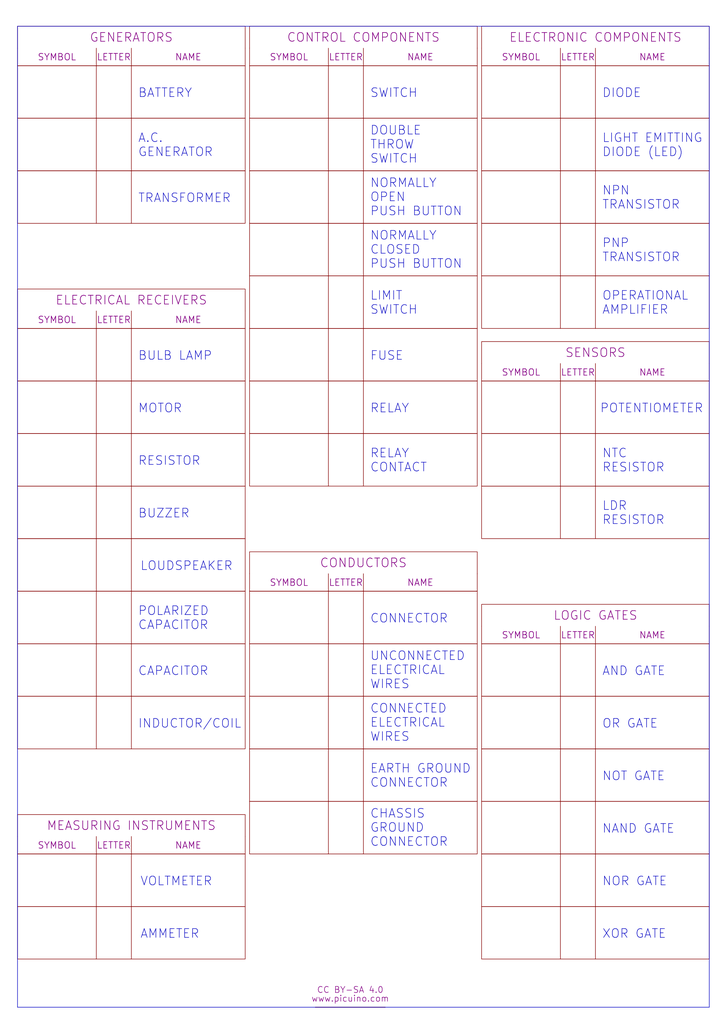
<source format=kicad_sch>
(kicad_sch (version 20230121) (generator eeschema)
  (paper "A4" portrait)
  (title_block (title "Símbolos eléctricos y electrónicos.") (date "23/10/2018") (company "www.picuino.com") (comment 1 "Copyright (c) 2018 by Carlos Pardo Martín") (comment 2 "License CC BY-SA 4.0"))
  (lib_symbols
    (symbol "electric-symbols-names-rescue:marco_1-simbolos" (pin_names (offset 1.016))
      (symbol "marco_1-simbolos_0_1"
        (polyline (pts (xy 22.86 0) (xy 33.02 0) (xy 33.02 -15.24) (xy 22.86 -15.24)))
        (polyline (pts (xy 33.02 0) (xy 66.04 0) (xy 66.04 -15.24) (xy 33.02 -15.24)))
        (polyline (pts (xy 0 0) (xy 0 -15.24) (xy 22.86 -15.24) (xy 22.86 0) (xy 0 0)))
      )
    )
    (symbol "electric-symbols-names-rescue:marco_2-simbolos" (pin_names (offset 1.016))
      (property "Field4" "TYPE" (at 33.02 -4.445 0))
      (property "Field5" "SYMBOL" (at 11.43 -11.43 0))
      (property "Field6" "LETTER" (at 27.94 -11.43 0))
      (property "Field7" "NAME" (at 48.26 -11.43 0))
      (symbol "marco_2-simbolos_0_1"
        (polyline (pts (xy 22.86 -12.7) (xy 33.02 -12.7) (xy 33.02 -7.62)))
        (polyline (pts (xy 33.02 -12.7) (xy 66.04 -12.7) (xy 66.04 -7.62)))
        (polyline (pts (xy 0 -7.62) (xy 0 -12.7) (xy 22.86 -12.7) (xy 22.86 -7.62)))
        (polyline (pts (xy 66.04 -7.62) (xy 66.04 -1.27) (xy 0 -1.27) (xy 0 -7.62)))
      )
    )
    (symbol "simbolos-electricos:CopyRight" (pin_names (offset 1.016))
      (property "License" "CC BY-SA 4.0" (at 0 5.715 0))
      (property "Web" "www.picuino.com" (at 0 2.54 0))
      (symbol "CopyRight_0_1"
        (polyline (pts (xy -10.16 0) (xy 10.16 0)) (stroke (width 0.2032)))
      )
    )
  )
  (polyline (pts (xy 205.74 292.1) (xy 205.74 7.62)))
  (polyline (pts (xy 5.08 7.62) (xy 205.74 7.62)))
  (polyline (pts (xy 5.08 292.1) (xy 5.08 7.62)))
  (polyline (pts (xy 5.08 292.1) (xy 205.74 292.1)))
  (text "BULB LAMP" (at 40.005 104.775 0) (effects (font (size 2.54 2.54)) (justify left bottom)))
  (text "NAND GATE" (at 174.625 241.935 0) (effects (font (size 2.54 2.54)) (justify left bottom)))
  (text "RELAY" (at 107.315 120.015 0) (effects (font (size 2.54 2.54)) (justify left bottom)))
  (text "OPERATIONAL\nAMPLIFIER" (at 174.625 91.44 0) (effects (font (size 2.54 2.54)) (justify left bottom)))
  (text "NOR GATE" (at 174.625 257.175 0) (effects (font (size 2.54 2.54)) (justify left bottom)))
  (text "FUSE" (at 107.315 104.775 0) (effects (font (size 2.54 2.54)) (justify left bottom)))
  (text "POTENTIOMETER" (at 173.99 120.015 0) (effects (font (size 2.54 2.54)) (justify left bottom)))
  (text "DOUBLE\nTHROW\nSWITCH" (at 107.315 47.625 0) (effects (font (size 2.54 2.54)) (justify left bottom)))
  (text "PNP\nTRANSISTOR" (at 174.625 76.2 0) (effects (font (size 2.54 2.54)) (justify left bottom)))
  (text "EARTH GROUND\nCONNECTOR" (at 107.315 228.6 0) (effects (font (size 2.54 2.54)) (justify left bottom)))
  (text "SWITCH" (at 107.315 28.575 0) (effects (font (size 2.54 2.54)) (justify left bottom)))
  (text "OR GATE" (at 174.625 211.455 0) (effects (font (size 2.54 2.54)) (justify left bottom)))
  (text "POLARIZED\nCAPACITOR" (at 40.005 182.88 0) (effects (font (size 2.54 2.54)) (justify left bottom)))
  (text "LOUDSPEAKER" (at 40.64 165.735 0) (effects (font (size 2.54 2.54)) (justify left bottom)))
  (text "BATTERY" (at 40.005 28.575 0) (effects (font (size 2.54 2.54)) (justify left bottom)))
  (text "CONNECTED\nELECTRICAL\nWIRES\n" (at 107.315 215.265 0) (effects (font (size 2.54 2.54)) (justify left bottom)))
  (text "MOTOR" (at 40.005 120.015 0) (effects (font (size 2.54 2.54)) (justify left bottom)))
  (text "DIODE" (at 174.625 28.575 0) (effects (font (size 2.54 2.54)) (justify left bottom)))
  (text "UNCONNECTED\nELECTRICAL\nWIRES" (at 107.315 200.025 0) (effects (font (size 2.54 2.54)) (justify left bottom)))
  (text "RELAY\nCONTACT" (at 107.315 137.16 0) (effects (font (size 2.54 2.54)) (justify left bottom)))
  (text "INDUCTOR/COIL" (at 40.005 211.455 0) (effects (font (size 2.54 2.54)) (justify left bottom)))
  (text "CHASSIS\nGROUND\nCONNECTOR\n" (at 107.315 245.745 0) (effects (font (size 2.54 2.54)) (justify left bottom)))
  (text "LIGHT EMITTING\nDIODE (LED)" (at 174.625 45.72 0) (effects (font (size 2.54 2.54)) (justify left bottom)))
  (text "AND GATE" (at 174.625 196.215 0) (effects (font (size 2.54 2.54)) (justify left bottom)))
  (text "NTC\nRESISTOR" (at 174.625 137.16 0) (effects (font (size 2.54 2.54)) (justify left bottom)))
  (text "NORMALLY\nOPEN\nPUSH BUTTON" (at 107.315 62.865 0) (effects (font (size 2.54 2.54)) (justify left bottom)))
  (text "LDR\nRESISTOR" (at 174.625 152.4 0) (effects (font (size 2.54 2.54)) (justify left bottom)))
  (text "RESISTOR" (at 40.005 135.255 0) (effects (font (size 2.54 2.54)) (justify left bottom)))
  (text "BUZZER" (at 40.005 150.495 0) (effects (font (size 2.54 2.54)) (justify left bottom)))
  (text "A.C.\nGENERATOR" (at 40.005 45.72 0) (effects (font (size 2.54 2.54)) (justify left bottom)))
  (text "AMMETER" (at 40.64 272.415 0) (effects (font (size 2.54 2.54)) (justify left bottom)))
  (text "CONNECTOR\n" (at 107.315 180.975 0) (effects (font (size 2.54 2.54)) (justify left bottom)))
  (text "NOT GATE" (at 174.625 226.695 0) (effects (font (size 2.54 2.54)) (justify left bottom)))
  (text "NORMALLY\nCLOSED\nPUSH BUTTON" (at 107.315 78.105 0) (effects (font (size 2.54 2.54)) (justify left bottom)))
  (text "XOR GATE" (at 174.625 272.415 0) (effects (font (size 2.54 2.54)) (justify left bottom)))
  (text "NPN\nTRANSISTOR" (at 174.625 60.96 0) (effects (font (size 2.54 2.54)) (justify left bottom)))
  (text "LIMIT\nSWITCH" (at 107.315 91.44 0) (effects (font (size 2.54 2.54)) (justify left bottom)))
  (text "CAPACITOR" (at 40.005 196.215 0) (effects (font (size 2.54 2.54)) (justify left bottom)))
  (text "TRANSFORMER" (at 40.005 59.055 0) (effects (font (size 2.54 2.54)) (justify left bottom)))
  (text "VOLTMETER" (at 40.64 257.175 0) (effects (font (size 2.54 2.54)) (justify left bottom)))
  (symbol (lib_id "electric-symbols-names-rescue:marco_2-simbolos") (at 139.7 173.99 0) (unit 1)
    (property "Reference" "M?" (effects hide))
    (property "Value" "marco_2" (effects hide))
    (property "Campo4" "LOGIC GATES" (at 172.72 178.435 0) (effects (font (size 2.54 2.54))))
    (property "Campo5" "SYMBOL" (at 151.13 184.15 0) (effects (font (size 1.905 1.905))))
    (property "Campo6" "LETTER" (at 167.64 184.15 0) (effects (font (size 1.905 1.905))))
    (property "Campo7" "NAME" (at 189.23 184.15 0) (effects (font (size 1.905 1.905))))
  )
  (symbol (lib_id "electric-symbols-names-rescue:marco_1-simbolos") (at 5.08 19.05 0) (unit 1)
    (property "Reference" "M?" (effects hide))
    (property "Value" "marco_1" (effects hide))
  )
  (symbol (lib_id "electric-symbols-names-rescue:marco_1-simbolos") (at 5.08 34.29 0) (unit 1)
    (property "Reference" "M?" (effects hide))
    (property "Value" "marco_1" (effects hide))
  )
  (symbol (lib_id "electric-symbols-names-rescue:marco_1-simbolos") (at 5.08 49.53 0) (unit 1)
    (property "Reference" "M?" (effects hide))
    (property "Value" "marco_1" (effects hide))
  )
  (symbol (lib_id "electric-symbols-names-rescue:marco_1-simbolos") (at 5.08 95.25 0) (unit 1)
    (property "Reference" "M?" (effects hide))
    (property "Value" "marco_1" (effects hide))
  )
  (symbol (lib_id "electric-symbols-names-rescue:marco_1-simbolos") (at 5.08 110.49 0) (unit 1)
    (property "Reference" "M?" (effects hide))
    (property "Value" "marco_1" (effects hide))
  )
  (symbol (lib_id "electric-symbols-names-rescue:marco_1-simbolos") (at 5.08 125.73 0) (unit 1)
    (property "Reference" "M?" (effects hide))
    (property "Value" "marco_1" (effects hide))
  )
  (symbol (lib_id "electric-symbols-names-rescue:marco_1-simbolos") (at 5.08 140.97 0) (unit 1)
    (property "Reference" "M?" (effects hide))
    (property "Value" "marco_1" (effects hide))
  )
  (symbol (lib_id "electric-symbols-names-rescue:marco_1-simbolos") (at 5.08 156.21 0) (unit 1)
    (property "Reference" "M?" (effects hide))
    (property "Value" "marco_1" (effects hide))
  )
  (symbol (lib_id "electric-symbols-names-rescue:marco_1-simbolos") (at 5.08 171.45 0) (unit 1)
    (property "Reference" "M?" (effects hide))
    (property "Value" "marco_1" (effects hide))
  )
  (symbol (lib_id "electric-symbols-names-rescue:marco_1-simbolos") (at 5.08 186.69 0) (unit 1)
    (property "Reference" "M?" (effects hide))
    (property "Value" "marco_1" (effects hide))
  )
  (symbol (lib_id "electric-symbols-names-rescue:marco_1-simbolos") (at 5.08 201.93 0) (unit 1)
    (property "Reference" "M?" (effects hide))
    (property "Value" "marco_1" (effects hide))
  )
  (symbol (lib_id "electric-symbols-names-rescue:marco_1-simbolos") (at 5.08 247.65 0) (unit 1)
    (property "Reference" "M?" (effects hide))
    (property "Value" "marco_1" (effects hide))
  )
  (symbol (lib_id "electric-symbols-names-rescue:marco_1-simbolos") (at 5.08 262.89 0) (unit 1)
    (property "Reference" "M?" (effects hide))
    (property "Value" "marco_1" (effects hide))
  )
  (symbol (lib_id "electric-symbols-names-rescue:marco_1-simbolos") (at 72.39 186.69 0) (unit 1)
    (property "Reference" "M?" (effects hide))
    (property "Value" "marco_1" (effects hide))
  )
  (symbol (lib_id "electric-symbols-names-rescue:marco_1-simbolos") (at 72.39 201.93 0) (unit 1)
    (property "Reference" "M?" (effects hide))
    (property "Value" "marco_1" (effects hide))
  )
  (symbol (lib_id "electric-symbols-names-rescue:marco_1-simbolos") (at 72.39 217.17 0) (unit 1)
    (property "Reference" "M?" (effects hide))
    (property "Value" "marco_1" (effects hide))
  )
  (symbol (lib_id "electric-symbols-names-rescue:marco_1-simbolos") (at 72.39 232.41 0) (unit 1)
    (property "Reference" "M?" (effects hide))
    (property "Value" "marco_1" (effects hide))
  )
  (symbol (lib_id "electric-symbols-names-rescue:marco_1-simbolos") (at 72.39 19.05 0) (unit 1)
    (property "Reference" "M?" (effects hide))
    (property "Value" "marco_1" (effects hide))
  )
  (symbol (lib_id "electric-symbols-names-rescue:marco_1-simbolos") (at 72.39 34.29 0) (unit 1)
    (property "Reference" "M?" (effects hide))
    (property "Value" "marco_1" (effects hide))
  )
  (symbol (lib_id "electric-symbols-names-rescue:marco_1-simbolos") (at 72.39 49.53 0) (unit 1)
    (property "Reference" "M?" (effects hide))
    (property "Value" "marco_1" (effects hide))
  )
  (symbol (lib_id "electric-symbols-names-rescue:marco_1-simbolos") (at 72.39 64.77 0) (unit 1)
    (property "Reference" "M?" (effects hide))
    (property "Value" "marco_1" (effects hide))
  )
  (symbol (lib_id "electric-symbols-names-rescue:marco_1-simbolos") (at 72.39 80.01 0) (unit 1)
    (property "Reference" "M?" (effects hide))
    (property "Value" "marco_1" (effects hide))
  )
  (symbol (lib_id "electric-symbols-names-rescue:marco_1-simbolos") (at 72.39 95.25 0) (unit 1)
    (property "Reference" "M?" (effects hide))
    (property "Value" "marco_1" (effects hide))
  )
  (symbol (lib_id "electric-symbols-names-rescue:marco_1-simbolos") (at 72.39 110.49 0) (unit 1)
    (property "Reference" "M?" (effects hide))
    (property "Value" "marco_1" (effects hide))
  )
  (symbol (lib_id "electric-symbols-names-rescue:marco_1-simbolos") (at 72.39 125.73 0) (unit 1)
    (property "Reference" "M?" (effects hide))
    (property "Value" "marco_1" (effects hide))
  )
  (symbol (lib_id "electric-symbols-names-rescue:marco_1-simbolos") (at 139.7 125.73 0) (unit 1)
    (property "Reference" "M?" (effects hide))
    (property "Value" "marco_1" (effects hide))
  )
  (symbol (lib_id "electric-symbols-names-rescue:marco_1-simbolos") (at 139.7 110.49 0) (unit 1)
    (property "Reference" "M?" (effects hide))
    (property "Value" "marco_1" (effects hide))
  )
  (symbol (lib_id "electric-symbols-names-rescue:marco_1-simbolos") (at 139.7 140.97 0) (unit 1)
    (property "Reference" "M?" (effects hide))
    (property "Value" "marco_1" (effects hide))
  )
  (symbol (lib_id "electric-symbols-names-rescue:marco_1-simbolos") (at 139.7 262.89 0) (unit 1)
    (property "Reference" "M?" (effects hide))
    (property "Value" "marco_1" (effects hide))
  )
  (symbol (lib_id "electric-symbols-names-rescue:marco_1-simbolos") (at 139.7 186.69 0) (unit 1)
    (property "Reference" "M?" (effects hide))
    (property "Value" "marco_1" (effects hide))
  )
  (symbol (lib_id "electric-symbols-names-rescue:marco_1-simbolos") (at 139.7 201.93 0) (unit 1)
    (property "Reference" "M?" (effects hide))
    (property "Value" "marco_1" (effects hide))
  )
  (symbol (lib_id "electric-symbols-names-rescue:marco_1-simbolos") (at 139.7 217.17 0) (unit 1)
    (property "Reference" "M?" (effects hide))
    (property "Value" "marco_1" (effects hide))
  )
  (symbol (lib_id "electric-symbols-names-rescue:marco_1-simbolos") (at 139.7 232.41 0) (unit 1)
    (property "Reference" "M?" (effects hide))
    (property "Value" "marco_1" (effects hide))
  )
  (symbol (lib_id "electric-symbols-names-rescue:marco_1-simbolos") (at 139.7 247.65 0) (unit 1)
    (property "Reference" "M?" (effects hide))
    (property "Value" "marco_1" (effects hide))
  )
  (symbol (lib_id "electric-symbols-names-rescue:marco_1-simbolos") (at 139.7 19.05 0) (unit 1)
    (property "Reference" "M?" (effects hide))
    (property "Value" "marco_1" (effects hide))
  )
  (symbol (lib_id "electric-symbols-names-rescue:marco_1-simbolos") (at 139.7 34.29 0) (unit 1)
    (property "Reference" "M?" (effects hide))
    (property "Value" "marco_1" (effects hide))
  )
  (symbol (lib_id "electric-symbols-names-rescue:marco_1-simbolos") (at 139.7 49.53 0) (unit 1)
    (property "Reference" "M?" (effects hide))
    (property "Value" "marco_1" (effects hide))
  )
  (symbol (lib_id "electric-symbols-names-rescue:marco_1-simbolos") (at 139.7 64.77 0) (unit 1)
    (property "Reference" "M?" (effects hide))
    (property "Value" "marco_1" (effects hide))
  )
  (symbol (lib_id "electric-symbols-names-rescue:marco_2-simbolos") (at 5.08 6.35 0) (unit 1)
    (property "Reference" "M?" (effects hide))
    (property "Value" "marco_2" (effects hide))
    (property "Campo4" "GENERATORS" (at 38.1 10.795 0) (effects (font (size 2.54 2.54))))
    (property "Campo5" "SYMBOL" (at 16.51 16.51 0) (effects (font (size 1.905 1.905))))
    (property "Campo6" "LETTER" (at 33.02 16.51 0) (effects (font (size 1.905 1.905))))
    (property "Campo7" "NAME" (at 54.61 16.51 0) (effects (font (size 1.905 1.905))))
  )
  (symbol (lib_id "electric-symbols-names-rescue:marco_2-simbolos") (at 72.39 6.35 0) (unit 1)
    (property "Reference" "M?" (effects hide))
    (property "Value" "marco_2" (effects hide))
    (property "Campo4" "CONTROL COMPONENTS" (at 105.41 10.795 0) (effects (font (size 2.54 2.54))))
    (property "Campo5" "SYMBOL" (at 83.82 16.51 0) (effects (font (size 1.905 1.905))))
    (property "Campo6" "LETTER" (at 100.33 16.51 0) (effects (font (size 1.905 1.905))))
    (property "Campo7" "NAME" (at 121.92 16.51 0) (effects (font (size 1.905 1.905))))
  )
  (symbol (lib_id "electric-symbols-names-rescue:marco_2-simbolos") (at 5.08 82.55 0) (unit 1)
    (property "Reference" "M?" (effects hide))
    (property "Value" "marco_2" (effects hide))
    (property "Campo4" "ELECTRICAL RECEIVERS" (at 38.1 86.995 0) (effects (font (size 2.54 2.54))))
    (property "Campo5" "SYMBOL" (at 16.51 92.71 0) (effects (font (size 1.905 1.905))))
    (property "Campo6" "LETTER" (at 33.02 92.71 0) (effects (font (size 1.905 1.905))))
    (property "Campo7" "NAME" (at 54.61 92.71 0) (effects (font (size 1.905 1.905))))
  )
  (symbol (lib_id "electric-symbols-names-rescue:marco_2-simbolos") (at 139.7 97.79 0) (unit 1)
    (property "Reference" "M?" (effects hide))
    (property "Value" "marco_2" (effects hide))
    (property "Campo4" "SENSORS" (at 172.72 102.235 0) (effects (font (size 2.54 2.54))))
    (property "Campo5" "SYMBOL" (at 151.13 107.95 0) (effects (font (size 1.905 1.905))))
    (property "Campo6" "LETTER" (at 167.64 107.95 0) (effects (font (size 1.905 1.905))))
    (property "Campo7" "NAME" (at 189.23 107.95 0) (effects (font (size 1.905 1.905))))
  )
  (symbol (lib_id "electric-symbols-names-rescue:marco_2-simbolos") (at 72.39 158.75 0) (unit 1)
    (property "Reference" "M?" (effects hide))
    (property "Value" "marco_2" (effects hide))
    (property "Campo4" "CONDUCTORS" (at 105.41 163.195 0) (effects (font (size 2.54 2.54))))
    (property "Campo5" "SYMBOL" (at 83.82 168.91 0) (effects (font (size 1.905 1.905))))
    (property "Campo6" "LETTER" (at 100.33 168.91 0) (effects (font (size 1.905 1.905))))
    (property "Campo7" "NAME" (at 121.92 168.91 0) (effects (font (size 1.905 1.905))))
  )
  (symbol (lib_id "electric-symbols-names-rescue:marco_2-simbolos") (at 5.08 234.95 0) (unit 1)
    (property "Reference" "M?" (effects hide))
    (property "Value" "marco_2" (effects hide))
    (property "Campo4" "MEASURING INSTRUMENTS" (at 38.1 239.395 0) (effects (font (size 2.54 2.54))))
    (property "Campo5" "SYMBOL" (at 16.51 245.11 0) (effects (font (size 1.905 1.905))))
    (property "Campo6" "LETTER" (at 33.02 245.11 0) (effects (font (size 1.905 1.905))))
    (property "Campo7" "NAME" (at 54.61 245.11 0) (effects (font (size 1.905 1.905))))
  )
  (symbol (lib_id "electric-symbols-names-rescue:marco_1-simbolos") (at 72.39 171.45 0) (unit 1)
    (property "Reference" "M?" (effects hide))
    (property "Value" "marco" (effects hide))
  )
  (symbol (lib_id "electric-symbols-names-rescue:marco_2-simbolos") (at 139.7 6.35 0) (unit 1)
    (property "Reference" "M?" (effects hide))
    (property "Value" "marco_2" (effects hide))
    (property "Campo4" "ELECTRONIC COMPONENTS" (at 172.72 10.795 0) (effects (font (size 2.54 2.54))))
    (property "Campo5" "SYMBOL" (at 151.13 16.51 0) (effects (font (size 1.905 1.905))))
    (property "Campo6" "LETTER" (at 167.64 16.51 0) (effects (font (size 1.905 1.905))))
    (property "Campo7" "NAME" (at 189.23 16.51 0) (effects (font (size 1.905 1.905))))
  )
  (symbol (lib_id "electric-symbols-names-rescue:marco_1-simbolos") (at 139.7 80.01 0) (unit 1)
    (property "Reference" "M?" (effects hide))
    (property "Value" "marco_1" (effects hide))
  )
  (symbol (lib_id "simbolos-electricos:CopyRight") (at 101.6 292.1 0) (unit 1)
    (property "Reference" "CP2" (effects hide))
    (property "Value" "CopyRight" (effects hide))
    (property "License" "CC BY-SA 4.0" (at 101.6 287.02 0) (effects (font (size 1.778 1.778))))
    (property "Web" "www.picuino.com" (at 101.6 289.56 0) (effects (font (size 1.778 1.778))))
  )
)
</source>
